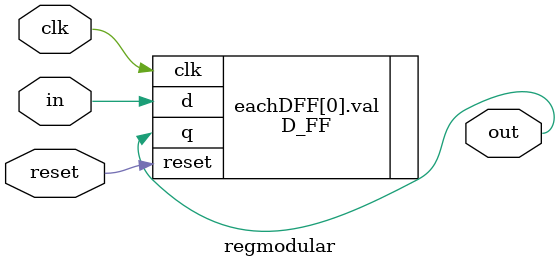
<source format=sv>
module regmodular #(parameter WIDTH = 1) (out, in, clk, reset);
	output logic [WIDTH-1:0] out;
	input logic clk, reset;
	input logic [WIDTH-1:0] in;
	
	genvar i;
	generate
		for (i = 0; i < WIDTH; i++) begin : eachDFF
			D_FF val (.q(out[i]), .d(in[i]), .clk(clk), .reset(reset));
		end
	endgenerate
endmodule 
</source>
